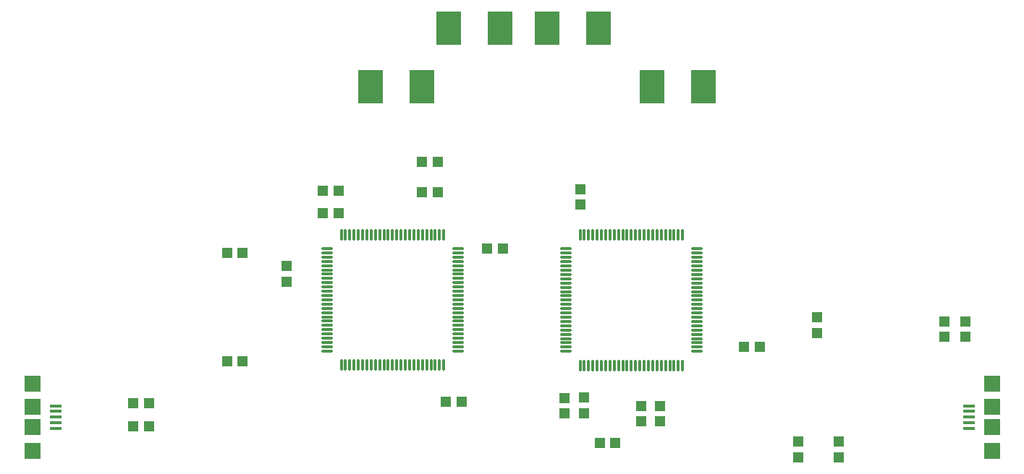
<source format=gtp>
G04 Layer_Color=8421504*
%FSLAX44Y44*%
%MOMM*%
G71*
G01*
G75*
%ADD11R,1.3000X1.3000*%
%ADD12R,1.3000X1.3000*%
%ADD13R,1.3500X0.4000*%
%ADD14R,1.9000X1.9000*%
%ADD15O,0.3000X1.4000*%
%ADD16O,1.4000X0.3000*%
%ADD17R,3.0000X4.0000*%
D11*
X1375500Y429500D02*
D03*
Y411000D02*
D03*
X1328500Y429500D02*
D03*
Y411000D02*
D03*
X1166000Y471250D02*
D03*
Y452750D02*
D03*
X1144000Y471250D02*
D03*
Y452750D02*
D03*
X1054750Y480500D02*
D03*
Y462000D02*
D03*
X729500Y635250D02*
D03*
Y616750D02*
D03*
X1499000Y570250D02*
D03*
Y551750D02*
D03*
X1524000Y570250D02*
D03*
Y551750D02*
D03*
X1077750Y480734D02*
D03*
Y462234D02*
D03*
X1072840Y706750D02*
D03*
Y725250D02*
D03*
X1350000Y556750D02*
D03*
Y575250D02*
D03*
D12*
X1114250Y428000D02*
D03*
X1095750D02*
D03*
X1264500Y540000D02*
D03*
X1283000D02*
D03*
X915910Y476000D02*
D03*
X934410D02*
D03*
X963750Y655320D02*
D03*
X982250D02*
D03*
X887750Y757000D02*
D03*
X906250D02*
D03*
X887750Y721360D02*
D03*
X906250D02*
D03*
X790250Y697000D02*
D03*
X771750D02*
D03*
X790250Y723000D02*
D03*
X771750D02*
D03*
X678250Y523240D02*
D03*
X659750D02*
D03*
X678250Y650240D02*
D03*
X659750D02*
D03*
X549750Y474500D02*
D03*
X568250D02*
D03*
X549750Y446880D02*
D03*
X568250D02*
D03*
D13*
X1528000Y458000D02*
D03*
Y464500D02*
D03*
Y471000D02*
D03*
Y451500D02*
D03*
Y445000D02*
D03*
X459000Y458000D02*
D03*
Y451500D02*
D03*
Y445000D02*
D03*
Y464500D02*
D03*
Y471000D02*
D03*
D14*
X1554750Y470000D02*
D03*
Y446000D02*
D03*
Y497500D02*
D03*
Y418500D02*
D03*
X432250Y446000D02*
D03*
Y470000D02*
D03*
Y418500D02*
D03*
Y497500D02*
D03*
D15*
X913440Y671860D02*
D03*
X908440D02*
D03*
X903440D02*
D03*
X898440D02*
D03*
X893440D02*
D03*
X888440D02*
D03*
X883440D02*
D03*
X878440D02*
D03*
X873440D02*
D03*
X868440D02*
D03*
X863440D02*
D03*
X858440D02*
D03*
X853440D02*
D03*
X848440D02*
D03*
X843440D02*
D03*
X838440D02*
D03*
X833440D02*
D03*
X828440D02*
D03*
X823440D02*
D03*
X818440D02*
D03*
X813440D02*
D03*
X808440D02*
D03*
X803440D02*
D03*
X798440D02*
D03*
X793440D02*
D03*
Y518860D02*
D03*
X798440D02*
D03*
X803440D02*
D03*
X808440D02*
D03*
X813440D02*
D03*
X818440D02*
D03*
X823440D02*
D03*
X828440D02*
D03*
X833440D02*
D03*
X838440D02*
D03*
X843440D02*
D03*
X848440D02*
D03*
X853440D02*
D03*
X858440D02*
D03*
X863440D02*
D03*
X868440D02*
D03*
X873440D02*
D03*
X878440D02*
D03*
X883440D02*
D03*
X888440D02*
D03*
X893440D02*
D03*
X898440D02*
D03*
X903440D02*
D03*
X908440D02*
D03*
X913440D02*
D03*
X1072840Y518500D02*
D03*
X1077840D02*
D03*
X1082840D02*
D03*
X1087840D02*
D03*
X1092840D02*
D03*
X1097840D02*
D03*
X1102840D02*
D03*
X1107840D02*
D03*
X1112840D02*
D03*
X1117840D02*
D03*
X1122840D02*
D03*
X1127840D02*
D03*
X1132840D02*
D03*
X1137840D02*
D03*
X1142840D02*
D03*
X1147840D02*
D03*
X1152840D02*
D03*
X1157840D02*
D03*
X1162840D02*
D03*
X1167840D02*
D03*
X1172840D02*
D03*
X1177840D02*
D03*
X1182840D02*
D03*
X1187840D02*
D03*
X1192840D02*
D03*
Y671500D02*
D03*
X1187840D02*
D03*
X1182840D02*
D03*
X1177840D02*
D03*
X1172840D02*
D03*
X1167840D02*
D03*
X1162840D02*
D03*
X1157840D02*
D03*
X1152840D02*
D03*
X1147840D02*
D03*
X1142840D02*
D03*
X1137840D02*
D03*
X1132840D02*
D03*
X1127840D02*
D03*
X1122840D02*
D03*
X1117840D02*
D03*
X1112840D02*
D03*
X1107840D02*
D03*
X1102840D02*
D03*
X1097840D02*
D03*
X1092840D02*
D03*
X1087840D02*
D03*
X1082840D02*
D03*
X1077840D02*
D03*
X1072840D02*
D03*
D16*
X776940Y655360D02*
D03*
Y650360D02*
D03*
Y645360D02*
D03*
Y640360D02*
D03*
Y635360D02*
D03*
Y630360D02*
D03*
Y625360D02*
D03*
Y620360D02*
D03*
Y615360D02*
D03*
Y610360D02*
D03*
Y605360D02*
D03*
Y600360D02*
D03*
Y595360D02*
D03*
Y590360D02*
D03*
Y585360D02*
D03*
Y580360D02*
D03*
Y575360D02*
D03*
Y570360D02*
D03*
Y565360D02*
D03*
Y560360D02*
D03*
Y555360D02*
D03*
Y550360D02*
D03*
Y545360D02*
D03*
Y540360D02*
D03*
Y535360D02*
D03*
X929940D02*
D03*
Y540360D02*
D03*
Y545360D02*
D03*
Y550360D02*
D03*
Y555360D02*
D03*
Y560360D02*
D03*
Y565360D02*
D03*
Y570360D02*
D03*
Y575360D02*
D03*
Y580360D02*
D03*
Y585360D02*
D03*
Y590360D02*
D03*
Y595360D02*
D03*
Y600360D02*
D03*
Y605360D02*
D03*
Y610360D02*
D03*
Y615360D02*
D03*
Y620360D02*
D03*
Y625360D02*
D03*
Y630360D02*
D03*
Y635360D02*
D03*
Y640360D02*
D03*
Y645360D02*
D03*
Y650360D02*
D03*
Y655360D02*
D03*
X1209340Y535000D02*
D03*
Y540000D02*
D03*
Y545000D02*
D03*
Y550000D02*
D03*
Y555000D02*
D03*
Y560000D02*
D03*
Y565000D02*
D03*
Y570000D02*
D03*
Y575000D02*
D03*
Y580000D02*
D03*
Y585000D02*
D03*
Y590000D02*
D03*
Y595000D02*
D03*
Y600000D02*
D03*
Y605000D02*
D03*
Y610000D02*
D03*
Y615000D02*
D03*
Y620000D02*
D03*
Y625000D02*
D03*
Y630000D02*
D03*
Y635000D02*
D03*
Y640000D02*
D03*
Y645000D02*
D03*
Y650000D02*
D03*
Y655000D02*
D03*
X1056340D02*
D03*
Y650000D02*
D03*
Y645000D02*
D03*
Y640000D02*
D03*
Y635000D02*
D03*
Y630000D02*
D03*
Y625000D02*
D03*
Y620000D02*
D03*
Y615000D02*
D03*
Y610000D02*
D03*
Y605000D02*
D03*
Y600000D02*
D03*
Y595000D02*
D03*
Y590000D02*
D03*
Y585000D02*
D03*
Y580000D02*
D03*
Y575000D02*
D03*
Y570000D02*
D03*
Y565000D02*
D03*
Y560000D02*
D03*
Y555000D02*
D03*
Y550000D02*
D03*
Y545000D02*
D03*
Y540000D02*
D03*
Y535000D02*
D03*
D17*
X827750Y845000D02*
D03*
X887750D02*
D03*
X1217000D02*
D03*
X1157000D02*
D03*
X979000Y914000D02*
D03*
X919000D02*
D03*
X1034000D02*
D03*
X1094000D02*
D03*
M02*

</source>
